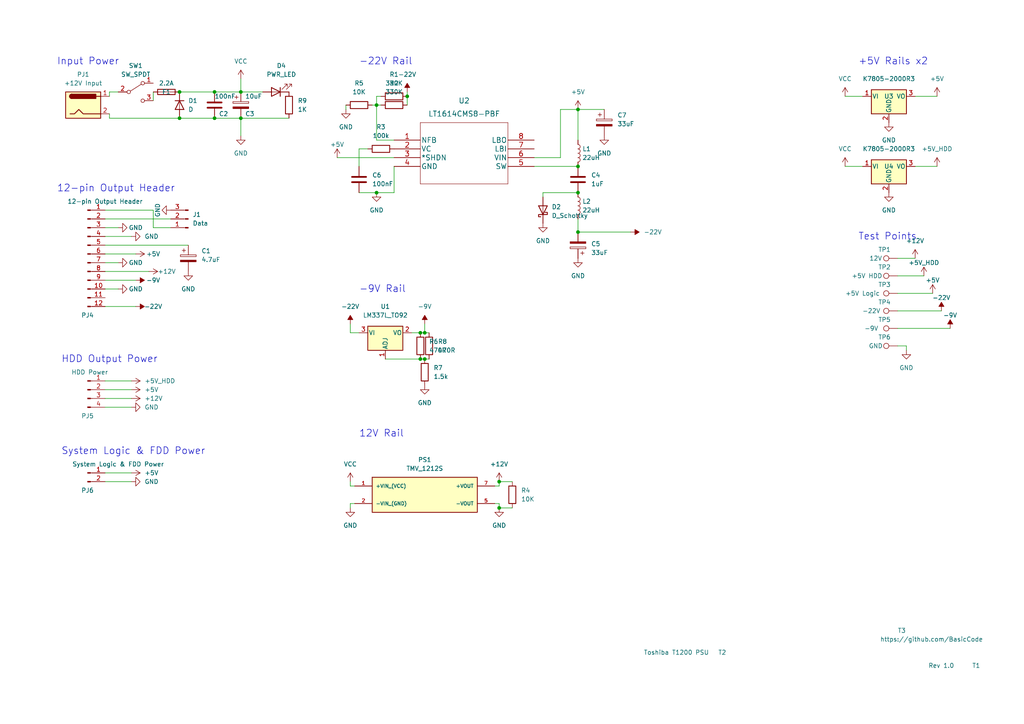
<source format=kicad_sch>
(kicad_sch (version 20211123) (generator eeschema)
  (paper "A4")
  (lib_symbols
    (symbol "5V_SMPS_Modules:K7805-2000R3" (pin_names (offset 0.254))
      (property "Reference" "U" (at -3.81 3.175 0))
      (property "Value" "K7805-2000R3" (at 0 3.175 0))
      (symbol "K7805-2000R3_0_1"
        (rectangle (start -5.08 1.905) (end 5.08 -5.08) (stroke (width 0.254)) (fill (type background)))
      )
      (symbol "K7805-2000R3_1_1"
        (pin power_in line (at -7.62 0 0) (length 2.54) (name "VI") (number "1"))
        (pin power_in line (at 0 -7.62 90) (length 2.54) (name "GND") (number "2"))
        (pin power_out line (at 7.62 0 180) (length 2.54) (name "VO") (number "3"))
      )
    )
    (symbol "Connector:Barrel_Jack" (pin_names (offset 1.016))
      (property "Reference" "J" (at 0 5.334 0))
      (property "Value" "Barrel_Jack" (at 0 -5.08 0))
      (symbol "Barrel_Jack_0_1"
        (rectangle (start -5.08 3.81) (end 5.08 -3.81) (stroke (width 0.254)) (fill (type background)))
        (arc (start -3.302 3.175) (mid -3.937 2.54) (end -3.302 1.905) (stroke (width 0.254)))
        (arc (start -3.302 3.175) (mid -3.937 2.54) (end -3.302 1.905) (stroke (width 0.254)) (fill (type outline)))
        (polyline (pts (xy 5.08 2.54) (xy 3.81 2.54)) (stroke (width 0.254)))
        (polyline (pts (xy -3.81 -2.54) (xy -2.54 -2.54) (xy -1.27 -1.27) (xy 0 -2.54) (xy 2.54 -2.54) (xy 5.08 -2.54)) (stroke (width 0.254)))
        (rectangle (start 3.683 3.175) (end -3.302 1.905) (stroke (width 0.254)) (fill (type outline)))
      )
      (symbol "Barrel_Jack_1_1"
        (pin passive line (at 7.62 2.54 180) (length 2.54) (name "~") (number "1"))
        (pin passive line (at 7.62 -2.54 180) (length 2.54) (name "~") (number "2"))
      )
    )
    (symbol "Connector:Conn_01x02_Male" (pin_names (offset 1.016) hide)
      (property "Reference" "J" (at 0 2.54 0))
      (property "Value" "Conn_01x02_Male" (at 0 -5.08 0))
      (symbol "Conn_01x02_Male_1_1"
        (polyline (pts (xy 1.27 -2.54) (xy 0.8636 -2.54)) (stroke (width 0.1524)))
        (polyline (pts (xy 1.27 0) (xy 0.8636 0)) (stroke (width 0.1524)))
        (rectangle (start 0.8636 -2.413) (end 0 -2.667) (stroke (width 0.1524)) (fill (type outline)))
        (rectangle (start 0.8636 0.127) (end 0 -0.127) (stroke (width 0.1524)) (fill (type outline)))
        (pin passive line (at 5.08 0 180) (length 3.81) (name "Pin_1") (number "1"))
        (pin passive line (at 5.08 -2.54 180) (length 3.81) (name "Pin_2") (number "2"))
      )
    )
    (symbol "Connector:Conn_01x03_Male" (pin_names (offset 1.016) hide)
      (property "Reference" "J" (at 0 5.08 0))
      (property "Value" "Conn_01x03_Male" (at 0 -5.08 0))
      (symbol "Conn_01x03_Male_1_1"
        (polyline (pts (xy 1.27 -2.54) (xy 0.8636 -2.54)) (stroke (width 0.1524)))
        (polyline (pts (xy 1.27 0) (xy 0.8636 0)) (stroke (width 0.1524)))
        (polyline (pts (xy 1.27 2.54) (xy 0.8636 2.54)) (stroke (width 0.1524)))
        (rectangle (start 0.8636 -2.413) (end 0 -2.667) (stroke (width 0.1524)) (fill (type outline)))
        (rectangle (start 0.8636 0.127) (end 0 -0.127) (stroke (width 0.1524)) (fill (type outline)))
        (rectangle (start 0.8636 2.667) (end 0 2.413) (stroke (width 0.1524)) (fill (type outline)))
        (pin passive line (at 5.08 2.54 180) (length 3.81) (name "Pin_1") (number "1"))
        (pin passive line (at 5.08 0 180) (length 3.81) (name "Pin_2") (number "2"))
        (pin passive line (at 5.08 -2.54 180) (length 3.81) (name "Pin_3") (number "3"))
      )
    )
    (symbol "Connector:Conn_01x04_Male" (pin_names (offset 1.016) hide)
      (property "Reference" "J" (at 0 5.08 0))
      (property "Value" "Conn_01x04_Male" (at 0 -7.62 0))
      (symbol "Conn_01x04_Male_1_1"
        (polyline (pts (xy 1.27 -5.08) (xy 0.8636 -5.08)) (stroke (width 0.1524)))
        (polyline (pts (xy 1.27 -2.54) (xy 0.8636 -2.54)) (stroke (width 0.1524)))
        (polyline (pts (xy 1.27 0) (xy 0.8636 0)) (stroke (width 0.1524)))
        (polyline (pts (xy 1.27 2.54) (xy 0.8636 2.54)) (stroke (width 0.1524)))
        (rectangle (start 0.8636 -4.953) (end 0 -5.207) (stroke (width 0.1524)) (fill (type outline)))
        (rectangle (start 0.8636 -2.413) (end 0 -2.667) (stroke (width 0.1524)) (fill (type outline)))
        (rectangle (start 0.8636 0.127) (end 0 -0.127) (stroke (width 0.1524)) (fill (type outline)))
        (rectangle (start 0.8636 2.667) (end 0 2.413) (stroke (width 0.1524)) (fill (type outline)))
        (pin passive line (at 5.08 2.54 180) (length 3.81) (name "Pin_1") (number "1"))
        (pin passive line (at 5.08 0 180) (length 3.81) (name "Pin_2") (number "2"))
        (pin passive line (at 5.08 -2.54 180) (length 3.81) (name "Pin_3") (number "3"))
        (pin passive line (at 5.08 -5.08 180) (length 3.81) (name "Pin_4") (number "4"))
      )
    )
    (symbol "Connector:Conn_01x12_Male" (pin_names (offset 1.016) hide)
      (property "Reference" "J" (at 0 15.24 0))
      (property "Value" "Conn_01x12_Male" (at 0 -17.78 0))
      (symbol "Conn_01x12_Male_1_1"
        (polyline (pts (xy 1.27 -15.24) (xy 0.8636 -15.24)) (stroke (width 0.1524)))
        (polyline (pts (xy 1.27 -12.7) (xy 0.8636 -12.7)) (stroke (width 0.1524)))
        (polyline (pts (xy 1.27 -10.16) (xy 0.8636 -10.16)) (stroke (width 0.1524)))
        (polyline (pts (xy 1.27 -7.62) (xy 0.8636 -7.62)) (stroke (width 0.1524)))
        (polyline (pts (xy 1.27 -5.08) (xy 0.8636 -5.08)) (stroke (width 0.1524)))
        (polyline (pts (xy 1.27 -2.54) (xy 0.8636 -2.54)) (stroke (width 0.1524)))
        (polyline (pts (xy 1.27 0) (xy 0.8636 0)) (stroke (width 0.1524)))
        (polyline (pts (xy 1.27 2.54) (xy 0.8636 2.54)) (stroke (width 0.1524)))
        (polyline (pts (xy 1.27 5.08) (xy 0.8636 5.08)) (stroke (width 0.1524)))
        (polyline (pts (xy 1.27 7.62) (xy 0.8636 7.62)) (stroke (width 0.1524)))
        (polyline (pts (xy 1.27 10.16) (xy 0.8636 10.16)) (stroke (width 0.1524)))
        (polyline (pts (xy 1.27 12.7) (xy 0.8636 12.7)) (stroke (width 0.1524)))
        (rectangle (start 0.8636 -15.113) (end 0 -15.367) (stroke (width 0.1524)) (fill (type outline)))
        (rectangle (start 0.8636 -12.573) (end 0 -12.827) (stroke (width 0.1524)) (fill (type outline)))
        (rectangle (start 0.8636 -10.033) (end 0 -10.287) (stroke (width 0.1524)) (fill (type outline)))
        (rectangle (start 0.8636 -7.493) (end 0 -7.747) (stroke (width 0.1524)) (fill (type outline)))
        (rectangle (start 0.8636 -4.953) (end 0 -5.207) (stroke (width 0.1524)) (fill (type outline)))
        (rectangle (start 0.8636 -2.413) (end 0 -2.667) (stroke (width 0.1524)) (fill (type outline)))
        (rectangle (start 0.8636 0.127) (end 0 -0.127) (stroke (width 0.1524)) (fill (type outline)))
        (rectangle (start 0.8636 2.667) (end 0 2.413) (stroke (width 0.1524)) (fill (type outline)))
        (rectangle (start 0.8636 5.207) (end 0 4.953) (stroke (width 0.1524)) (fill (type outline)))
        (rectangle (start 0.8636 7.747) (end 0 7.493) (stroke (width 0.1524)) (fill (type outline)))
        (rectangle (start 0.8636 10.287) (end 0 10.033) (stroke (width 0.1524)) (fill (type outline)))
        (rectangle (start 0.8636 12.827) (end 0 12.573) (stroke (width 0.1524)) (fill (type outline)))
        (pin passive line (at 5.08 12.7 180) (length 3.81) (name "Pin_1") (number "1"))
        (pin passive line (at 5.08 -10.16 180) (length 3.81) (name "Pin_10") (number "10"))
        (pin passive line (at 5.08 -12.7 180) (length 3.81) (name "Pin_11") (number "11"))
        (pin passive line (at 5.08 -15.24 180) (length 3.81) (name "Pin_12") (number "12"))
        (pin passive line (at 5.08 10.16 180) (length 3.81) (name "Pin_2") (number "2"))
        (pin passive line (at 5.08 7.62 180) (length 3.81) (name "Pin_3") (number "3"))
        (pin passive line (at 5.08 5.08 180) (length 3.81) (name "Pin_4") (number "4"))
        (pin passive line (at 5.08 2.54 180) (length 3.81) (name "Pin_5") (number "5"))
        (pin passive line (at 5.08 0 180) (length 3.81) (name "Pin_6") (number "6"))
        (pin passive line (at 5.08 -2.54 180) (length 3.81) (name "Pin_7") (number "7"))
        (pin passive line (at 5.08 -5.08 180) (length 3.81) (name "Pin_8") (number "8"))
        (pin passive line (at 5.08 -7.62 180) (length 3.81) (name "Pin_9") (number "9"))
      )
    )
    (symbol "Connector:TestPoint" (pin_numbers hide) (pin_names (offset 0.762) hide)
      (property "Reference" "TP" (at 0 6.858 0))
      (property "Value" "TestPoint" (at 0 5.08 0))
      (symbol "TestPoint_0_1"
        (circle (center 0 3.302) (radius 0.762))
      )
      (symbol "TestPoint_1_1"
        (pin passive line (at 0 0 90) (length 2.54) (name "1") (number "1"))
      )
    )
    (symbol "Device:C" (pin_numbers hide) (pin_names (offset 0.254))
      (property "Reference" "C" (at 0.635 2.54 0))
      (property "Value" "C" (at 0.635 -2.54 0))
      (symbol "C_0_1"
        (polyline (pts (xy -2.032 -0.762) (xy 2.032 -0.762)) (stroke (width 0.508)))
        (polyline (pts (xy -2.032 0.762) (xy 2.032 0.762)) (stroke (width 0.508)))
      )
      (symbol "C_1_1"
        (pin passive line (at 0 3.81 270) (length 2.794) (name "~") (number "1"))
        (pin passive line (at 0 -3.81 90) (length 2.794) (name "~") (number "2"))
      )
    )
    (symbol "Device:C_Polarized" (pin_numbers hide) (pin_names (offset 0.254))
      (property "Reference" "C" (at 0.635 2.54 0))
      (property "Value" "C_Polarized" (at 0.635 -2.54 0))
      (symbol "C_Polarized_0_1"
        (rectangle (start -2.286 0.508) (end 2.286 1.016))
        (polyline (pts (xy -1.778 2.286) (xy -0.762 2.286)))
        (polyline (pts (xy -1.27 2.794) (xy -1.27 1.778)))
        (rectangle (start 2.286 -0.508) (end -2.286 -1.016) (fill (type outline)))
      )
      (symbol "C_Polarized_1_1"
        (pin passive line (at 0 3.81 270) (length 2.794) (name "~") (number "1"))
        (pin passive line (at 0 -3.81 90) (length 2.794) (name "~") (number "2"))
      )
    )
    (symbol "Device:D" (pin_numbers hide) (pin_names (offset 1.016) hide)
      (property "Reference" "D" (at 0 2.54 0))
      (property "Value" "D" (at 0 -2.54 0))
      (symbol "D_0_1"
        (polyline (pts (xy -1.27 1.27) (xy -1.27 -1.27)) (stroke (width 0.254)))
        (polyline (pts (xy 1.27 0) (xy -1.27 0)))
        (polyline (pts (xy 1.27 1.27) (xy 1.27 -1.27) (xy -1.27 0) (xy 1.27 1.27)) (stroke (width 0.254)))
      )
      (symbol "D_1_1"
        (pin passive line (at -3.81 0 0) (length 2.54) (name "K") (number "1"))
        (pin passive line (at 3.81 0 180) (length 2.54) (name "A") (number "2"))
      )
    )
    (symbol "Device:D_Schottky" (pin_numbers hide) (pin_names (offset 1.016) hide)
      (property "Reference" "D" (at 0 2.54 0))
      (property "Value" "D_Schottky" (at 0 -2.54 0))
      (symbol "D_Schottky_0_1"
        (polyline (pts (xy 1.27 0) (xy -1.27 0)))
        (polyline (pts (xy 1.27 1.27) (xy 1.27 -1.27) (xy -1.27 0) (xy 1.27 1.27)) (stroke (width 0.254)))
        (polyline (pts (xy -1.905 0.635) (xy -1.905 1.27) (xy -1.27 1.27) (xy -1.27 -1.27) (xy -0.635 -1.27) (xy -0.635 -0.635)) (stroke (width 0.254)))
      )
      (symbol "D_Schottky_1_1"
        (pin passive line (at -3.81 0 0) (length 2.54) (name "K") (number "1"))
        (pin passive line (at 3.81 0 180) (length 2.54) (name "A") (number "2"))
      )
    )
    (symbol "Device:Fuse" (pin_numbers hide) (pin_names (offset 0))
      (property "Reference" "F" (at 2.032 0 90))
      (property "Value" "Fuse" (at -1.905 0 90))
      (symbol "Fuse_0_1"
        (rectangle (start -0.762 -2.54) (end 0.762 2.54) (stroke (width 0.254)))
        (polyline (pts (xy 0 2.54) (xy 0 -2.54)))
      )
      (symbol "Fuse_1_1"
        (pin passive line (at 0 3.81 270) (length 1.27) (name "~") (number "1"))
        (pin passive line (at 0 -3.81 90) (length 1.27) (name "~") (number "2"))
      )
    )
    (symbol "Device:L" (pin_numbers hide) (pin_names (offset 1.016) hide)
      (property "Reference" "L" (at -1.27 0 90))
      (property "Value" "L" (at 1.905 0 90))
      (symbol "L_0_1"
        (arc (start 0 -2.54) (mid 0.635 -1.905) (end 0 -1.27))
        (arc (start 0 -1.27) (mid 0.635 -0.635) (end 0 0))
        (arc (start 0 0) (mid 0.635 0.635) (end 0 1.27))
        (arc (start 0 1.27) (mid 0.635 1.905) (end 0 2.54))
      )
      (symbol "L_1_1"
        (pin passive line (at 0 3.81 270) (length 1.27) (name "1") (number "1"))
        (pin passive line (at 0 -3.81 90) (length 1.27) (name "2") (number "2"))
      )
    )
    (symbol "Device:LED" (pin_numbers hide) (pin_names (offset 1.016) hide)
      (property "Reference" "D" (at 0 2.54 0))
      (property "Value" "LED" (at 0 -2.54 0))
      (symbol "LED_0_1"
        (polyline (pts (xy -1.27 -1.27) (xy -1.27 1.27)) (stroke (width 0.254)))
        (polyline (pts (xy -1.27 0) (xy 1.27 0)))
        (polyline (pts (xy 1.27 -1.27) (xy 1.27 1.27) (xy -1.27 0) (xy 1.27 -1.27)) (stroke (width 0.254)))
        (polyline (pts (xy -3.048 -0.762) (xy -4.572 -2.286) (xy -3.81 -2.286) (xy -4.572 -2.286) (xy -4.572 -1.524)))
        (polyline (pts (xy -1.778 -0.762) (xy -3.302 -2.286) (xy -2.54 -2.286) (xy -3.302 -2.286) (xy -3.302 -1.524)))
      )
      (symbol "LED_1_1"
        (pin passive line (at -3.81 0 0) (length 2.54) (name "K") (number "1"))
        (pin passive line (at 3.81 0 180) (length 2.54) (name "A") (number "2"))
      )
    )
    (symbol "Device:R" (pin_numbers hide) (pin_names (offset 0))
      (property "Reference" "R" (at 2.032 0 90))
      (property "Value" "R" (at 0 0 90))
      (symbol "R_0_1"
        (rectangle (start -1.016 -2.54) (end 1.016 2.54) (stroke (width 0.254)))
      )
      (symbol "R_1_1"
        (pin passive line (at 0 3.81 270) (length 1.27) (name "~") (number "1"))
        (pin passive line (at 0 -3.81 90) (length 1.27) (name "~") (number "2"))
      )
    )
    (symbol "K7805-2000R3_1" (pin_names (offset 0.254))
      (property "Reference" "U" (at -3.81 3.175 0))
      (property "Value" "K7805-2000R3_1" (at 0 3.175 0))
      (symbol "K7805-2000R3_1_0_1"
        (rectangle (start -5.08 1.905) (end 5.08 -5.08) (stroke (width 0.254)) (fill (type background)))
      )
      (symbol "K7805-2000R3_1_1_1"
        (pin power_in line (at -7.62 0 0) (length 2.54) (name "VI") (number "1"))
        (pin power_in line (at 0 -7.62 90) (length 2.54) (name "GND") (number "2"))
        (pin power_out line (at 7.62 0 180) (length 2.54) (name "VO") (number "3"))
      )
    )
    (symbol "LT1614:LT1614CMS8-PBF" (pin_names (offset 0.254))
      (property "Reference" "U" (at 20.32 10.16 0))
      (property "Value" "LT1614CMS8-PBF" (at 20.32 7.62 0))
      (symbol "LT1614CMS8-PBF_1_1"
        (polyline (pts (xy 7.62 -12.7) (xy 33.02 -12.7)) (stroke (width 0.127)))
        (polyline (pts (xy 7.62 5.08) (xy 7.62 -12.7)) (stroke (width 0.127)))
        (polyline (pts (xy 33.02 -12.7) (xy 33.02 5.08)) (stroke (width 0.127)))
        (polyline (pts (xy 33.02 5.08) (xy 7.62 5.08)) (stroke (width 0.127)))
        (pin unspecified line (at 0 0 0) (length 7.62) (name "NFB") (number "1"))
        (pin unspecified line (at 0 -2.54 0) (length 7.62) (name "VC") (number "2"))
        (pin unspecified line (at 0 -5.08 0) (length 7.62) (name "*SHDN") (number "3"))
        (pin power_in line (at 0 -7.62 0) (length 7.62) (name "GND") (number "4"))
        (pin unspecified line (at 40.64 -7.62 180) (length 7.62) (name "SW") (number "5"))
        (pin unspecified line (at 40.64 -5.08 180) (length 7.62) (name "VIN") (number "6"))
        (pin input line (at 40.64 -2.54 180) (length 7.62) (name "LBI") (number "7"))
        (pin output line (at 40.64 0 180) (length 7.62) (name "LBO") (number "8"))
      )
    )
    (symbol "Regulator_Linear:LM337L_TO92" (pin_names (offset 0.254))
      (property "Reference" "U" (at -3.81 -3.175 0))
      (property "Value" "LM337L_TO92" (at 0 -3.175 0))
      (symbol "LM337L_TO92_0_1"
        (rectangle (start -5.08 5.08) (end 5.08 -1.905) (stroke (width 0.254)) (fill (type background)))
      )
      (symbol "LM337L_TO92_1_1"
        (pin input line (at 0 7.62 270) (length 2.54) (name "ADJ") (number "1"))
        (pin power_out line (at 7.62 0 180) (length 2.54) (name "VO") (number "2"))
        (pin power_in line (at -7.62 0 0) (length 2.54) (name "VI") (number "3"))
      )
    )
    (symbol "Switch:SW_SPDT" (pin_names (offset 0) hide)
      (property "Reference" "SW" (at 0 4.318 0))
      (property "Value" "SW_SPDT" (at 0 -5.08 0))
      (symbol "SW_SPDT_0_0"
        (circle (center -2.032 0) (radius 0.508))
        (circle (center 2.032 -2.54) (radius 0.508))
      )
      (symbol "SW_SPDT_0_1"
        (polyline (pts (xy -1.524 0.254) (xy 1.651 2.286)))
        (circle (center 2.032 2.54) (radius 0.508))
      )
      (symbol "SW_SPDT_1_1"
        (pin passive line (at 5.08 2.54 180) (length 2.54) (name "A") (number "1"))
        (pin passive line (at -5.08 0 0) (length 2.54) (name "B") (number "2"))
        (pin passive line (at 5.08 -2.54 180) (length 2.54) (name "C") (number "3"))
      )
    )
    (symbol "TMV1212S:TMV_1212S" (pin_names (offset 1.016))
      (property "Reference" "PS" (at -15.24 5.842 0))
      (property "Value" "TMV_1212S" (at -15.24 -7.62 0))
      (symbol "TMV_1212S_0_0"
        (rectangle (start -15.24 -5.08) (end 15.24 5.08) (stroke (width 0.254)) (fill (type background)))
        (pin input line (at -20.32 2.54 0) (length 5.08) (name "+VIN_(VCC)") (number "1"))
        (pin input line (at -20.32 -2.54 0) (length 5.08) (name "-VIN_(GND)") (number "2"))
        (pin output line (at 20.32 -2.54 180) (length 5.08) (name "-VOUT") (number "5"))
        (pin output line (at 20.32 2.54 180) (length 5.08) (name "+VOUT") (number "7"))
      )
    )
    (symbol "custom_power:+5V_HDD" (power) (pin_names (offset 0))
      (property "Value" "+5V_HDD" (at 0 3.556 0))
      (symbol "+5V_HDD_0_1"
        (polyline (pts (xy -0.762 1.27) (xy 0 2.54)))
        (polyline (pts (xy 0 0) (xy 0 2.54)))
        (polyline (pts (xy 0 2.54) (xy 0.762 1.27)))
      )
      (symbol "+5V_HDD_1_1"
        (pin power_in line (at 0 0 90) (length 0) hide (name "+5V_HDD") (number "1"))
      )
    )
    (symbol "custom_power:-22V" (power) (pin_names (offset 0))
      (property "Value" "-22V" (at 0 3.81 0))
      (symbol "-22V_0_0"
        (pin power_in line (at 0 0 90) (length 0) hide (name "-22V") (number "1"))
      )
      (symbol "-22V_0_1"
        (polyline (pts (xy 0 0) (xy 0 1.27) (xy 0.762 1.27) (xy 0 2.54) (xy -0.762 1.27) (xy 0 1.27)) (fill (type outline)))
      )
    )
    (symbol "power:+12V" (power) (pin_names (offset 0))
      (property "Value" "+12V" (at 0 3.556 0))
      (symbol "+12V_0_1"
        (polyline (pts (xy -0.762 1.27) (xy 0 2.54)))
        (polyline (pts (xy 0 0) (xy 0 2.54)))
        (polyline (pts (xy 0 2.54) (xy 0.762 1.27)))
      )
      (symbol "+12V_1_1"
        (pin power_in line (at 0 0 90) (length 0) hide (name "+12V") (number "1"))
      )
    )
    (symbol "power:+5V" (power) (pin_names (offset 0))
      (property "Value" "+5V" (at 0 3.556 0))
      (symbol "+5V_0_1"
        (polyline (pts (xy -0.762 1.27) (xy 0 2.54)))
        (polyline (pts (xy 0 0) (xy 0 2.54)))
        (polyline (pts (xy 0 2.54) (xy 0.762 1.27)))
      )
      (symbol "+5V_1_1"
        (pin power_in line (at 0 0 90) (length 0) hide (name "+5V") (number "1"))
      )
    )
    (symbol "power:-9V" (power) (pin_names (offset 0))
      (property "Value" "-9V" (at 0 3.81 0))
      (symbol "-9V_0_1"
        (polyline (pts (xy 0 0) (xy 0 2.54)))
        (polyline (pts (xy 0.762 1.27) (xy -0.762 1.27) (xy 0 2.54) (xy 0.762 1.27)) (fill (type outline)))
      )
      (symbol "-9V_1_1"
        (pin power_in line (at 0 0 90) (length 0) hide (name "-9V") (number "1"))
      )
    )
    (symbol "power:GND" (power) (pin_names (offset 0))
      (property "Value" "GND" (at 0 -3.81 0))
      (symbol "GND_0_1"
        (polyline (pts (xy 0 0) (xy 0 -1.27) (xy 1.27 -1.27) (xy 0 -2.54) (xy -1.27 -1.27) (xy 0 -1.27)))
      )
      (symbol "GND_1_1"
        (pin power_in line (at 0 0 270) (length 0) hide (name "GND") (number "1"))
      )
    )
    (symbol "power:VCC" (power) (pin_names (offset 0))
      (property "Value" "VCC" (at 0 3.81 0))
      (symbol "VCC_0_1"
        (polyline (pts (xy -0.762 1.27) (xy 0 2.54)))
        (polyline (pts (xy 0 0) (xy 0 2.54)))
        (polyline (pts (xy 0 2.54) (xy 0.762 1.27)))
      )
      (symbol "VCC_1_1"
        (pin power_in line (at 0 0 90) (length 0) hide (name "VCC") (number "1"))
      )
    )
    (symbol "text_only:text_only" (in_bom no)
      (property "Reference" "T" (at 0 1.524 0))
      (property "Value" "text_only" (at 0.254 0 0))
    )
  )
  (junction (at 69.85 34.29))
  (junction (at 69.85 26.67))
  (junction (at 167.64 55.88))
  (junction (at 167.64 31.75))
  (junction (at 121.92 96.52))
  (junction (at 62.23 34.29))
  (junction (at 62.23 26.67))
  (junction (at 144.78 139.7))
  (junction (at 123.19 104.14))
  (junction (at 123.19 96.52))
  (junction (at 52.07 34.29))
  (junction (at 121.92 104.14))
  (junction (at 118.11 27.94))
  (junction (at 52.07 26.67))
  (junction (at 167.64 67.31))
  (junction (at 167.64 48.26))
  (junction (at 109.22 55.88))
  (junction (at 144.78 147.32))
  (junction (at 109.22 30.48))
  (wire (pts (xy 123.19 104.14) (xy 124.46 104.14)))
  (wire (pts (xy 104.14 55.88) (xy 109.22 55.88)))
  (wire (pts (xy 62.23 34.29) (xy 69.85 34.29)))
  (wire (pts (xy 144.78 146.05) (xy 144.78 147.32)))
  (wire (pts (xy 104.14 43.18) (xy 104.14 48.26)))
  (wire (pts (xy 69.85 22.86) (xy 69.85 26.67)))
  (wire (pts (xy 118.11 26.67) (xy 118.11 27.94)))
  (wire (pts (xy 31.75 34.29) (xy 52.07 34.29)))
  (wire (pts (xy 30.48 115.57) (xy 38.1 115.57)))
  (wire (pts (xy 44.45 60.96) (xy 44.45 66.04)))
  (wire (pts (xy 260.35 100.33) (xy 262.89 100.33)))
  (wire (pts (xy 44.45 26.67) (xy 44.45 29.21)))
  (wire (pts (xy 157.48 55.88) (xy 157.48 57.15)))
  (wire (pts (xy 30.48 60.96) (xy 44.45 60.96)))
  (wire (pts (xy 30.48 118.11) (xy 38.1 118.11)))
  (wire (pts (xy 167.64 67.31) (xy 182.88 67.31)))
  (wire (pts (xy 31.75 26.67) (xy 34.29 26.67)))
  (wire (pts (xy 143.51 140.97) (xy 144.78 140.97)))
  (wire (pts (xy 30.48 63.5) (xy 49.53 63.5)))
  (wire (pts (xy 30.48 78.74) (xy 43.18 78.74)))
  (wire (pts (xy 245.11 27.94) (xy 250.19 27.94)))
  (wire (pts (xy 121.92 104.14) (xy 123.19 104.14)))
  (wire (pts (xy 107.95 30.48) (xy 109.22 30.48)))
  (wire (pts (xy 30.48 71.12) (xy 54.61 71.12)))
  (wire (pts (xy 109.22 27.94) (xy 110.49 27.94)))
  (wire (pts (xy 114.3 45.72) (xy 97.79 45.72)))
  (wire (pts (xy 154.94 48.26) (xy 167.64 48.26)))
  (wire (pts (xy 101.6 140.97) (xy 101.6 139.7)))
  (wire (pts (xy 101.6 146.05) (xy 101.6 147.32)))
  (wire (pts (xy 30.48 68.58) (xy 38.1 68.58)))
  (wire (pts (xy 62.23 26.67) (xy 69.85 26.67)))
  (wire (pts (xy 30.48 73.66) (xy 39.37 73.66)))
  (wire (pts (xy 121.92 96.52) (xy 123.19 96.52)))
  (wire (pts (xy 102.87 140.97) (xy 101.6 140.97)))
  (wire (pts (xy 260.35 80.01) (xy 267.97 80.01)))
  (wire (pts (xy 30.48 88.9) (xy 39.37 88.9)))
  (wire (pts (xy 114.3 40.64) (xy 109.22 40.64)))
  (wire (pts (xy 162.56 31.75) (xy 167.64 31.75)))
  (wire (pts (xy 260.35 85.09) (xy 270.51 85.09)))
  (wire (pts (xy 69.85 34.29) (xy 69.85 39.37)))
  (wire (pts (xy 102.87 146.05) (xy 101.6 146.05)))
  (wire (pts (xy 30.48 113.03) (xy 38.1 113.03)))
  (wire (pts (xy 162.56 31.75) (xy 162.56 45.72)))
  (wire (pts (xy 260.35 95.25) (xy 275.59 95.25)))
  (wire (pts (xy 114.3 48.26) (xy 114.3 55.88)))
  (wire (pts (xy 52.07 34.29) (xy 62.23 34.29)))
  (wire (pts (xy 106.68 43.18) (xy 104.14 43.18)))
  (wire (pts (xy 30.48 139.7) (xy 38.1 139.7)))
  (wire (pts (xy 30.48 66.04) (xy 34.29 66.04)))
  (wire (pts (xy 30.48 76.2) (xy 34.29 76.2)))
  (wire (pts (xy 144.78 139.7) (xy 148.59 139.7)))
  (wire (pts (xy 109.22 40.64) (xy 109.22 30.48)))
  (wire (pts (xy 265.43 27.94) (xy 271.78 27.94)))
  (wire (pts (xy 119.38 96.52) (xy 121.92 96.52)))
  (wire (pts (xy 118.11 27.94) (xy 118.11 30.48)))
  (wire (pts (xy 100.33 30.48) (xy 100.33 31.75)))
  (wire (pts (xy 44.45 66.04) (xy 49.53 66.04)))
  (wire (pts (xy 144.78 147.32) (xy 148.59 147.32)))
  (wire (pts (xy 144.78 140.97) (xy 144.78 139.7)))
  (wire (pts (xy 143.51 146.05) (xy 144.78 146.05)))
  (wire (pts (xy 109.22 55.88) (xy 114.3 55.88)))
  (wire (pts (xy 111.76 104.14) (xy 121.92 104.14)))
  (wire (pts (xy 109.22 30.48) (xy 109.22 27.94)))
  (wire (pts (xy 260.35 90.17) (xy 273.05 90.17)))
  (wire (pts (xy 52.07 26.67) (xy 62.23 26.67)))
  (wire (pts (xy 104.14 96.52) (xy 101.6 96.52)))
  (wire (pts (xy 30.48 110.49) (xy 38.1 110.49)))
  (wire (pts (xy 69.85 26.67) (xy 76.2 26.67)))
  (wire (pts (xy 262.89 100.33) (xy 262.89 101.6)))
  (wire (pts (xy 69.85 34.29) (xy 83.82 34.29)))
  (wire (pts (xy 167.64 63.5) (xy 167.64 67.31)))
  (wire (pts (xy 30.48 83.82) (xy 34.29 83.82)))
  (wire (pts (xy 31.75 27.94) (xy 31.75 26.67)))
  (wire (pts (xy 167.64 31.75) (xy 167.64 40.64)))
  (wire (pts (xy 109.22 30.48) (xy 110.49 30.48)))
  (wire (pts (xy 123.19 96.52) (xy 124.46 96.52)))
  (wire (pts (xy 167.64 55.88) (xy 157.48 55.88)))
  (wire (pts (xy 265.43 48.26) (xy 271.78 48.26)))
  (wire (pts (xy 101.6 96.52) (xy 101.6 93.98)))
  (wire (pts (xy 167.64 31.75) (xy 175.26 31.75)))
  (wire (pts (xy 31.75 34.29) (xy 31.75 33.02)))
  (wire (pts (xy 30.48 137.16) (xy 38.1 137.16)))
  (wire (pts (xy 260.35 74.93) (xy 265.43 74.93)))
  (wire (pts (xy 123.19 93.98) (xy 123.19 96.52)))
  (wire (pts (xy 30.48 81.28) (xy 39.37 81.28)))
  (wire (pts (xy 245.11 48.26) (xy 250.19 48.26)))
  (wire (pts (xy 154.94 45.72) (xy 162.56 45.72)))
  (text "+5V Rails x2" (at 248.92 19.05 0) (effects (font (size 2 2)) (justify left bottom)))
  (text "-22V Rail" (at 104.14 19.05 0) (effects (font (size 2 2)) (justify left bottom)))
  (text "Test Points" (at 248.92 69.85 0) (effects (font (size 2 2)) (justify left bottom)))
  (text "HDD Output Power" (at 17.78 105.41 0) (effects (font (size 2 2)) (justify left bottom)))
  (text "System Logic & FDD Power" (at 17.78 132.08 0) (effects (font (size 2 2)) (justify left bottom)))
  (text "Input Power" (at 16.51 19.05 0) (effects (font (size 2 2)) (justify left bottom)))
  (text "12-pin Output Header" (at 16.51 55.88 0) (effects (font (size 2 2)) (justify left bottom)))
  (text "12V Rail" (at 104.14 127 0) (effects (font (size 2 2)) (justify left bottom)))
  (text "-9V Rail" (at 104.14 85.09 0) (effects (font (size 2 2)) (justify left bottom)))
  (symbol (lib_id "power:+5V") (at 167.64 31.75 0) (unit 1)
    (property "Reference" "#PWR0124" (effects hide))
    (property "Value" "+5V" (at 167.64 26.67 0))
  )
  (symbol (lib_id "Device:R") (at 123.19 107.95 0) (unit 1)
    (property "Reference" "R7" (at 125.73 106.6799 0) (effects (justify left)))
    (property "Value" "1.5k" (at 125.73 109.2199 0) (effects (justify left)))
    (property "Footprint" "Resistor_SMD:R_1206_3216Metric" (effects hide))
  )
  (symbol (lib_id "power:-9V") (at 275.59 95.25 0) (unit 1)
    (property "Reference" "#PWR0141" (effects hide))
    (property "Value" "-9V" (at 275.59 91.44 0))
  )
  (symbol (lib_id "Device:R") (at 104.14 30.48 90) (unit 1)
    (property "Reference" "R5" (at 104.14 24.13 90))
    (property "Value" "10K" (at 104.14 26.67 90))
    (property "Footprint" "Resistor_SMD:R_1206_3216Metric" (effects hide))
  )
  (symbol (lib_id "Connector:Conn_01x04_Male") (at 25.4 113.03 0) (unit 1)
    (property "Reference" "PJ5" (at 25.4 120.65 0))
    (property "Value" "HDD Power" (at 26.035 107.95 0))
    (property "Footprint" "Connector_PinHeader_2.54mm:PinHeader_1x04_P2.54mm_Vertical" (effects hide))
  )
  (symbol (lib_id "power:+12V") (at 144.78 139.7 0) (unit 1)
    (property "Reference" "#PWR0131" (effects hide))
    (property "Value" "+12V" (at 144.78 134.62 0))
  )
  (symbol (lib_id "power:GND") (at 69.85 39.37 0) (unit 1)
    (property "Reference" "#PWR0105" (effects hide))
    (property "Value" "GND" (at 69.85 44.45 0))
  )
  (symbol (lib_id "power:GND") (at 38.1 118.11 90) (unit 1)
    (property "Reference" "#PWR0114" (effects hide))
    (property "Value" "GND" (at 41.91 118.1099 90) (effects (justify right)))
  )
  (symbol (lib_id "Device:L") (at 167.64 59.69 0) (unit 1)
    (property "Reference" "L2" (at 168.91 58.4199 0) (effects (justify left)))
    (property "Value" "22uH" (at 168.91 60.9599 0) (effects (justify left)))
    (property "Footprint" "inductor_custom:L_5.3x5.0_H3" (effects hide))
    (property "Datasheet" "https://media.digikey.com/pdf/Data%20Sheets/TDK%20PDFs/VLS5045EX-H-KIT.PDF" (effects hide))
  )
  (symbol (lib_id "power:+5V") (at 39.37 73.66 270) (unit 1)
    (property "Reference" "#PWR0107" (effects hide))
    (property "Value" "+5V" (at 44.45 73.66 90))
  )
  (symbol (lib_id "power:GND") (at 262.89 101.6 0) (unit 1)
    (property "Reference" "#PWR0137" (effects hide))
    (property "Value" "GND" (at 262.89 106.68 0))
  )
  (symbol (lib_name "K7805-2000R3_1") (lib_id "5V_SMPS_Modules:K7805-2000R3") (at 257.81 48.26 0) (unit 1)
    (property "Reference" "U4" (at 257.81 48.26 0))
    (property "Value" "K7805-2000R3" (at 257.81 43.18 0))
    (property "Footprint" "Package_TO_SOT_THT:TO-220-3_Vertical" (effects hide))
    (property "Datasheet" "https://www.mornsun-power.com/html/pdf/K7805-2000R3.html" (effects hide))
  )
  (symbol (lib_id "Connector:TestPoint") (at 260.35 85.09 90) (unit 1) (in_bom no)
    (property "Reference" "TP3" (at 256.54 82.55 90))
    (property "Value" "+5V Logic" (at 250.19 85.09 90))
    (property "Footprint" "TestPoint:TestPoint_Pad_D1.5mm" (effects hide))
  )
  (symbol (lib_id "power:GND") (at 38.1 68.58 90) (unit 1)
    (property "Reference" "#PWR0109" (effects hide))
    (property "Value" "GND" (at 41.91 68.5799 90) (effects (justify right)))
  )
  (symbol (lib_id "power:GND") (at 109.22 55.88 0) (unit 1)
    (property "Reference" "#PWR0125" (effects hide))
    (property "Value" "GND" (at 109.22 60.96 0))
  )
  (symbol (lib_id "power:GND") (at 257.81 35.56 0) (unit 1)
    (property "Reference" "#PWR0132" (effects hide))
    (property "Value" "GND" (at 257.81 40.64 0))
  )
  (symbol (lib_id "power:GND") (at 34.29 66.04 90) (unit 1)
    (property "Reference" "#PWR0104" (effects hide))
    (property "Value" "GND" (at 39.37 66.04 90))
  )
  (symbol (lib_id "5V_SMPS_Modules:K7805-2000R3") (at 257.81 27.94 0) (unit 1)
    (property "Reference" "U3" (at 257.81 27.94 0))
    (property "Value" "K7805-2000R3" (at 257.81 22.86 0))
    (property "Footprint" "Package_TO_SOT_THT:TO-220-3_Vertical" (effects hide))
    (property "Datasheet" "https://www.mornsun-power.com/html/pdf/K7805-2000R3.html" (effects hide))
  )
  (symbol (lib_id "power:+5V") (at 38.1 113.03 270) (unit 1)
    (property "Reference" "#PWR0111" (effects hide))
    (property "Value" "+5V" (at 41.91 113.0299 90) (effects (justify left)))
  )
  (symbol (lib_id "Device:R") (at 121.92 100.33 0) (unit 1)
    (property "Reference" "R6" (at 124.46 99.0599 0) (effects (justify left)))
    (property "Value" "470R" (at 124.46 101.5999 0) (effects (justify left)))
    (property "Footprint" "Resistor_SMD:R_1206_3216Metric" (effects hide))
  )
  (symbol (lib_id "Connector:TestPoint") (at 260.35 100.33 90) (unit 1) (in_bom no)
    (property "Reference" "TP6" (at 256.54 97.79 90))
    (property "Value" "GND" (at 254 100.33 90))
    (property "Footprint" "TestPoint:TestPoint_Pad_D1.5mm" (effects hide))
  )
  (symbol (lib_id "power:VCC") (at 245.11 48.26 0) (unit 1)
    (property "Reference" "#PWR0143" (effects hide))
    (property "Value" "VCC" (at 245.11 43.18 0))
  )
  (symbol (lib_id "power:GND") (at 54.61 78.74 0) (unit 1)
    (property "Reference" "#PWR0110" (effects hide))
    (property "Value" "GND" (at 54.61 83.82 0))
  )
  (symbol (lib_id "power:GND") (at 157.48 64.77 0) (unit 1)
    (property "Reference" "#PWR0120" (effects hide))
    (property "Value" "GND" (at 157.48 69.85 0))
  )
  (symbol (lib_id "power:+5V") (at 97.79 45.72 0) (unit 1)
    (property "Reference" "#PWR0118" (effects hide))
    (property "Value" "+5V" (at 97.79 41.91 0))
  )
  (symbol (lib_id "power:GND") (at 144.78 147.32 0) (unit 1)
    (property "Reference" "#PWR0135" (effects hide))
    (property "Value" "GND" (at 144.78 152.4 0))
  )
  (symbol (lib_id "Device:D_Schottky") (at 157.48 60.96 90) (unit 1)
    (property "Reference" "D2" (at 160.02 60.0074 90) (effects (justify right)))
    (property "Value" "D_Schottky" (at 160.02 62.5474 90) (effects (justify right)))
    (property "Footprint" "Diode_SMD:D_0805_2012Metric_Pad1.15x1.40mm_HandSolder" (effects hide))
  )
  (symbol (lib_id "text_only:text_only") (at 195.58 187.96 0) (unit 1) (in_bom no)
    (property "Reference" "T2" (at 208.28 189.23 0) (effects (justify left)))
    (property "Value" "Toshiba T1200 PSU" (at 186.69 189.23 0) (effects (justify left)))
    (property "Footprint" "text_only:text_only" (effects hide))
  )
  (symbol (lib_id "custom_power:-22V") (at 182.88 67.31 270) (unit 1)
    (property "Reference" "#PWR0122" (effects hide))
    (property "Value" "-22V" (at 186.69 67.3099 90) (effects (justify left)))
  )
  (symbol (lib_id "custom_power:+5V_HDD") (at 271.78 48.26 0) (unit 1)
    (property "Reference" "#PWR0128" (effects hide))
    (property "Value" "+5V_HDD" (at 271.78 43.18 0))
  )
  (symbol (lib_id "power:GND") (at 167.64 74.93 0) (unit 1)
    (property "Reference" "#PWR0121" (effects hide))
    (property "Value" "GND" (at 167.64 80.01 0))
  )
  (symbol (lib_id "custom_power:-22V") (at 273.05 90.17 0) (unit 1)
    (property "Reference" "#PWR0140" (effects hide))
    (property "Value" "-22V" (at 273.05 86.36 0))
  )
  (symbol (lib_id "Device:R") (at 124.46 100.33 0) (unit 1)
    (property "Reference" "R8" (at 127 99.0599 0) (effects (justify left)))
    (property "Value" "470R" (at 127 101.5999 0) (effects (justify left)))
    (property "Footprint" "Resistor_SMD:R_1206_3216Metric" (effects hide))
  )
  (symbol (lib_id "Device:C_Polarized") (at 167.64 71.12 180) (unit 1)
    (property "Reference" "C5" (at 171.45 70.7389 0) (effects (justify right)))
    (property "Value" "33uF" (at 171.45 73.2789 0) (effects (justify right)))
    (property "Footprint" "Capacitor_THT:CP_Radial_D5.0mm_P2.50mm" (effects hide))
  )
  (symbol (lib_id "Device:L") (at 167.64 44.45 0) (unit 1)
    (property "Reference" "L1" (at 168.91 43.1799 0) (effects (justify left)))
    (property "Value" "22uH" (at 168.91 45.7199 0) (effects (justify left)))
    (property "Footprint" "inductor_custom:L_5.3x5.0_H3" (effects hide))
    (property "Datasheet" "https://media.digikey.com/pdf/Data%20Sheets/TDK%20PDFs/VLS5045EX-H-KIT.PDF" (effects hide))
  )
  (symbol (lib_id "TMV1212S:TMV_1212S") (at 123.19 143.51 0) (unit 1)
    (property "Reference" "PS1" (at 123.19 133.35 0))
    (property "Value" "TMV_1212S" (at 123.19 135.89 0))
    (property "Footprint" "CONV_TMV_1212S" (effects hide))
    (property "STANDARD" "IPC 7351B" (effects hide))
    (property "MAXIMUM_PACKAGE_HEIGHT" "10.7mm" (effects hide))
    (property "MANUFACTURER" "Traco Power" (effects hide))
    (property "PARTREV" "March 26, 2020" (effects hide))
  )
  (symbol (lib_id "Device:C_Polarized") (at 54.61 74.93 0) (unit 1)
    (property "Reference" "C1" (at 58.42 72.7709 0) (effects (justify left)))
    (property "Value" "4.7uF" (at 58.42 75.3109 0) (effects (justify left)))
    (property "Footprint" "Capacitor_THT:CP_Radial_D4.0mm_P2.00mm" (effects hide))
  )
  (symbol (lib_id "power:GND") (at 34.29 76.2 90) (unit 1)
    (property "Reference" "#PWR0108" (effects hide))
    (property "Value" "GND" (at 39.37 76.2 90))
  )
  (symbol (lib_id "Device:R") (at 148.59 143.51 0) (unit 1)
    (property "Reference" "R4" (at 151.13 142.2399 0) (effects (justify left)))
    (property "Value" "10K" (at 151.13 144.7799 0) (effects (justify left)))
    (property "Footprint" "Resistor_SMD:R_1206_3216Metric" (effects hide))
  )
  (symbol (lib_id "Switch:SW_SPDT") (at 39.37 26.67 0) (unit 1)
    (property "Reference" "SW1" (at 39.37 19.05 0))
    (property "Value" "SW_SPDT" (at 39.37 21.59 0))
    (property "Footprint" "switch:switch" (effects hide))
  )
  (symbol (lib_id "power:VCC") (at 69.85 22.86 0) (unit 1)
    (property "Reference" "#PWR0106" (effects hide))
    (property "Value" "VCC" (at 69.85 17.78 0))
  )
  (symbol (lib_id "power:GND") (at 101.6 147.32 0) (unit 1)
    (property "Reference" "#PWR0127" (effects hide))
    (property "Value" "GND" (at 101.6 152.4 0))
  )
  (symbol (lib_id "power:GND") (at 38.1 139.7 90) (unit 1)
    (property "Reference" "#PWR0115" (effects hide))
    (property "Value" "GND" (at 41.91 139.6999 90) (effects (justify right)))
  )
  (symbol (lib_id "Device:R") (at 114.3 27.94 90) (unit 1)
    (property "Reference" "R1" (at 114.3 21.59 90))
    (property "Value" "330K" (at 114.3 24.13 90))
    (property "Footprint" "Resistor_SMD:R_1206_3216Metric" (effects hide))
  )
  (symbol (lib_id "Connector:TestPoint") (at 260.35 74.93 90) (unit 1) (in_bom no)
    (property "Reference" "TP1" (at 256.54 72.39 90))
    (property "Value" "12V" (at 254 74.93 90))
    (property "Footprint" "TestPoint:TestPoint_Pad_D1.5mm" (effects hide))
  )
  (symbol (lib_id "power:+12V") (at 43.18 78.74 270) (unit 1)
    (property "Reference" "#PWR0136" (effects hide))
    (property "Value" "+12V" (at 45.72 78.74 90) (effects (justify left)))
  )
  (symbol (lib_id "power:GND") (at 34.29 83.82 90) (unit 1)
    (property "Reference" "#PWR0101" (effects hide))
    (property "Value" "GND" (at 39.37 83.82 90))
  )
  (symbol (lib_id "power:-9V") (at 39.37 81.28 270) (unit 1)
    (property "Reference" "#PWR0102" (effects hide))
    (property "Value" "-9V" (at 44.45 81.28 90))
  )
  (symbol (lib_id "Device:R") (at 110.49 43.18 90) (unit 1)
    (property "Reference" "R3" (at 110.49 36.83 90))
    (property "Value" "100k" (at 110.49 39.37 90))
    (property "Footprint" "Resistor_SMD:R_1206_3216Metric" (effects hide))
  )
  (symbol (lib_id "custom_power:+5V_HDD") (at 267.97 80.01 0) (unit 1)
    (property "Reference" "#PWR0138" (effects hide))
    (property "Value" "+5V_HDD" (at 267.97 76.2 0))
  )
  (symbol (lib_id "Device:C") (at 167.64 52.07 0) (unit 1)
    (property "Reference" "C4" (at 171.45 50.7999 0) (effects (justify left)))
    (property "Value" "1uF" (at 171.45 53.3399 0) (effects (justify left)))
    (property "Footprint" "Capacitor_SMD:C_1206_3216Metric" (effects hide))
  )
  (symbol (lib_id "Regulator_Linear:LM337L_TO92") (at 111.76 96.52 0) (mirror x) (unit 1)
    (property "Reference" "U1" (at 111.76 88.9 0))
    (property "Value" "LM337L_TO92" (at 111.76 91.44 0))
    (property "Footprint" "Package_TO_SOT_THT:TO-92_Inline" (effects hide))
    (property "Datasheet" "http://www.ti.com/lit/ds/symlink/lm337l.pdf" (effects hide))
  )
  (symbol (lib_id "power:VCC") (at 101.6 139.7 0) (unit 1)
    (property "Reference" "#PWR0123" (effects hide))
    (property "Value" "VCC" (at 101.6 134.62 0))
  )
  (symbol (lib_id "power:+12V") (at 38.1 115.57 270) (unit 1)
    (property "Reference" "#PWR0113" (effects hide))
    (property "Value" "+12V" (at 41.91 115.5699 90) (effects (justify left)))
  )
  (symbol (lib_id "Connector:TestPoint") (at 260.35 90.17 90) (unit 1) (in_bom no)
    (property "Reference" "TP4" (at 256.54 87.63 90))
    (property "Value" "-22V" (at 252.73 90.17 90))
    (property "Footprint" "TestPoint:TestPoint_Pad_D1.5mm" (effects hide))
  )
  (symbol (lib_id "power:+12V") (at 265.43 74.93 0) (unit 1)
    (property "Reference" "#PWR0144" (effects hide))
    (property "Value" "+12V" (at 265.43 69.85 0))
  )
  (symbol (lib_id "Device:D") (at 52.07 30.48 270) (unit 1)
    (property "Reference" "D1" (at 54.61 29.2099 90) (effects (justify left)))
    (property "Value" "D" (at 54.61 31.7499 90) (effects (justify left)))
    (property "Footprint" "Diode_SMD:D_1206_3216Metric" (effects hide))
  )
  (symbol (lib_id "power:-9V") (at 123.19 93.98 0) (unit 1)
    (property "Reference" "#PWR0134" (effects hide))
    (property "Value" "-9V" (at 123.19 88.9 0))
  )
  (symbol (lib_id "Connector:Barrel_Jack") (at 24.13 30.48 0) (unit 1)
    (property "Reference" "PJ1" (at 24.13 21.59 0))
    (property "Value" "+12V Input" (at 24.13 24.13 0))
    (property "Footprint" "Connector_BarrelJack:BarrelJack_Horizontal" (effects hide))
  )
  (symbol (lib_id "Device:Fuse") (at 48.26 26.67 90) (unit 1)
    (property "Reference" "F1" (at 48.26 26.67 90))
    (property "Value" "2.2A" (at 48.26 24.13 90))
    (property "Footprint" "Fuse:Fuse_1210_3225Metric" (effects hide))
  )
  (symbol (lib_id "power:+5V") (at 38.1 137.16 270) (unit 1)
    (property "Reference" "#PWR0116" (effects hide))
    (property "Value" "+5V" (at 41.91 137.1599 90) (effects (justify left)))
  )
  (symbol (lib_id "power:GND") (at 257.81 55.88 0) (unit 1)
    (property "Reference" "#PWR0129" (effects hide))
    (property "Value" "GND" (at 257.81 60.96 0))
  )
  (symbol (lib_id "Connector:TestPoint") (at 260.35 95.25 90) (unit 1) (in_bom no)
    (property "Reference" "TP5" (at 256.54 92.71 90))
    (property "Value" "-9V" (at 252.73 95.25 90))
    (property "Footprint" "TestPoint:TestPoint_Pad_D1.5mm" (effects hide))
  )
  (symbol (lib_id "LT1614:LT1614CMS8-PBF") (at 114.3 40.64 0) (unit 1)
    (property "Reference" "U2" (at 134.62 29.21 0) (effects (font (size 1.524 1.524))))
    (property "Value" "LT1614CMS8-PBF" (at 134.62 33.02 0) (effects (font (size 1.524 1.524))))
    (property "Footprint" "Package_SO:SSOP-8_3.9x5.05mm_P1.27mm" (effects hide))
  )
  (symbol (lib_id "custom_power:-22V") (at 39.37 88.9 270) (unit 1)
    (property "Reference" "#PWR0103" (effects hide))
    (property "Value" "-22V" (at 44.45 88.9 90))
  )
  (symbol (lib_id "Device:C_Polarized") (at 69.85 30.48 0) (unit 1)
    (property "Reference" "C3" (at 71.12 33.02 0) (effects (justify left)))
    (property "Value" "10uF" (at 71.12 27.94 0) (effects (justify left)))
    (property "Footprint" "Capacitor_THT:CP_Radial_D4.0mm_P2.00mm" (effects hide))
  )
  (symbol (lib_id "power:+5V") (at 271.78 27.94 0) (unit 1)
    (property "Reference" "#PWR0130" (effects hide))
    (property "Value" "+5V" (at 271.78 22.86 0))
  )
  (symbol (lib_id "Connector:Conn_01x03_Male") (at 54.61 63.5 180) (unit 1)
    (property "Reference" "J1" (at 55.88 62.2299 0) (effects (justify right)))
    (property "Value" "Data" (at 55.88 64.7699 0) (effects (justify right)))
    (property "Footprint" "Connector_PinHeader_2.54mm:PinHeader_1x03_P2.54mm_Vertical" (effects hide))
  )
  (symbol (lib_id "Device:R") (at 83.82 30.48 0) (unit 1)
    (property "Reference" "R9" (at 86.36 29.2099 0) (effects (justify left)))
    (property "Value" "1K" (at 86.36 31.7499 0) (effects (justify left)))
    (property "Footprint" "Resistor_SMD:R_1206_3216Metric" (effects hide))
  )
  (symbol (lib_id "Connector:Conn_01x02_Male") (at 25.4 137.16 0) (unit 1)
    (property "Reference" "PJ6" (at 25.4 142.24 0))
    (property "Value" "System Logic & FDD Power" (at 34.29 134.62 0))
    (property "Footprint" "Connector_PinHeader_2.54mm:PinHeader_1x02_P2.54mm_Vertical" (effects hide))
  )
  (symbol (lib_id "power:GND") (at 49.53 60.96 270) (unit 1)
    (property "Reference" "#PWR0145" (effects hide))
    (property "Value" "GND" (at 45.72 60.96 0))
  )
  (symbol (lib_id "custom_power:-22V") (at 118.11 26.67 0) (unit 1)
    (property "Reference" "#PWR0117" (effects hide))
    (property "Value" "-22V" (at 118.11 21.59 0))
  )
  (symbol (lib_id "power:GND") (at 175.26 39.37 0) (unit 1)
    (property "Reference" "#PWR0146" (effects hide))
    (property "Value" "GND" (at 175.26 44.45 0))
  )
  (symbol (lib_id "custom_power:+5V_HDD") (at 38.1 110.49 270) (unit 1)
    (property "Reference" "#PWR0112" (effects hide))
    (property "Value" "+5V_HDD" (at 41.91 110.4899 90) (effects (justify left)))
  )
  (symbol (lib_id "power:+5V") (at 270.51 85.09 0) (unit 1)
    (property "Reference" "#PWR0139" (effects hide))
    (property "Value" "+5V" (at 270.51 81.28 0))
  )
  (symbol (lib_id "power:GND") (at 100.33 31.75 0) (unit 1)
    (property "Reference" "#PWR0119" (effects hide))
    (property "Value" "GND" (at 100.33 36.83 0))
  )
  (symbol (lib_id "custom_power:-22V") (at 101.6 93.98 0) (unit 1)
    (property "Reference" "#PWR0126" (effects hide))
    (property "Value" "-22V" (at 101.6 88.9 0))
  )
  (symbol (lib_id "text_only:text_only") (at 273.05 193.04 0) (unit 1) (in_bom no)
    (property "Reference" "T1" (at 281.94 193.04 0) (effects (justify left)))
    (property "Value" "Rev 1.0" (at 269.24 193.04 0) (effects (justify left)))
    (property "Footprint" "text_only:text_only" (effects hide))
  )
  (symbol (lib_id "Device:R") (at 114.3 30.48 90) (unit 1)
    (property "Reference" "R2" (at 114.3 24.13 90))
    (property "Value" "330K" (at 114.3 26.67 90))
    (property "Footprint" "Resistor_SMD:R_1206_3216Metric" (effects hide))
  )
  (symbol (lib_id "Connector:Conn_01x12_Male") (at 25.4 73.66 0) (unit 1)
    (property "Reference" "PJ4" (at 25.4 91.44 0))
    (property "Value" "12-pin Output Header" (at 30.48 58.42 0))
    (property "Footprint" "Connector_PinHeader_2.00mm:PinHeader_1x12_P2.00mm_Vertical" (effects hide))
  )
  (symbol (lib_id "text_only:text_only") (at 259.08 186.69 0) (unit 1) (in_bom no)
    (property "Reference" "T3" (at 260.35 182.88 0) (effects (justify left)))
    (property "Value" "https://github.com/BasicCode" (at 255.27 185.42 0) (effects (justify left)))
    (property "Footprint" "text_only:text_only" (effects hide))
  )
  (symbol (lib_id "Device:C") (at 62.23 30.48 0) (unit 1)
    (property "Reference" "C2" (at 63.5 33.02 0) (effects (justify left)))
    (property "Value" "100nF" (at 62.23 27.94 0) (effects (justify left)))
    (property "Footprint" "Capacitor_SMD:C_0805_2012Metric" (effects hide))
  )
  (symbol (lib_id "power:GND") (at 123.19 111.76 0) (unit 1)
    (property "Reference" "#PWR0133" (effects hide))
    (property "Value" "GND" (at 123.19 116.84 0))
  )
  (symbol (lib_id "Device:C") (at 104.14 52.07 0) (unit 1)
    (property "Reference" "C6" (at 107.95 50.7999 0) (effects (justify left)))
    (property "Value" "100nF" (at 107.95 53.3399 0) (effects (justify left)))
    (property "Footprint" "Capacitor_SMD:C_0805_2012Metric" (effects hide))
  )
  (symbol (lib_id "Connector:TestPoint") (at 260.35 80.01 90) (unit 1) (in_bom no)
    (property "Reference" "TP2" (at 256.54 77.47 90))
    (property "Value" "+5V HDD" (at 251.46 80.01 90))
    (property "Footprint" "TestPoint:TestPoint_Pad_D1.5mm" (effects hide))
  )
  (symbol (lib_id "power:VCC") (at 245.11 27.94 0) (unit 1)
    (property "Reference" "#PWR0142" (effects hide))
    (property "Value" "VCC" (at 245.11 22.86 0))
  )
  (symbol (lib_id "Device:C_Polarized") (at 175.26 35.56 0) (unit 1)
    (property "Reference" "C7" (at 179.07 33.4009 0) (effects (justify left)))
    (property "Value" "33uF" (at 179.07 35.9409 0) (effects (justify left)))
    (property "Footprint" "Capacitor_THT:CP_Radial_D5.0mm_P2.50mm" (effects hide))
  )
  (symbol (lib_id "Device:LED") (at 80.01 26.67 180) (unit 1)
    (property "Reference" "D4" (at 81.5975 19.05 0))
    (property "Value" "PWR_LED" (at 81.5975 21.59 0))
    (property "Footprint" "LED_THT:LED_D5.0mm" (effects hide))
  )
)
</source>
